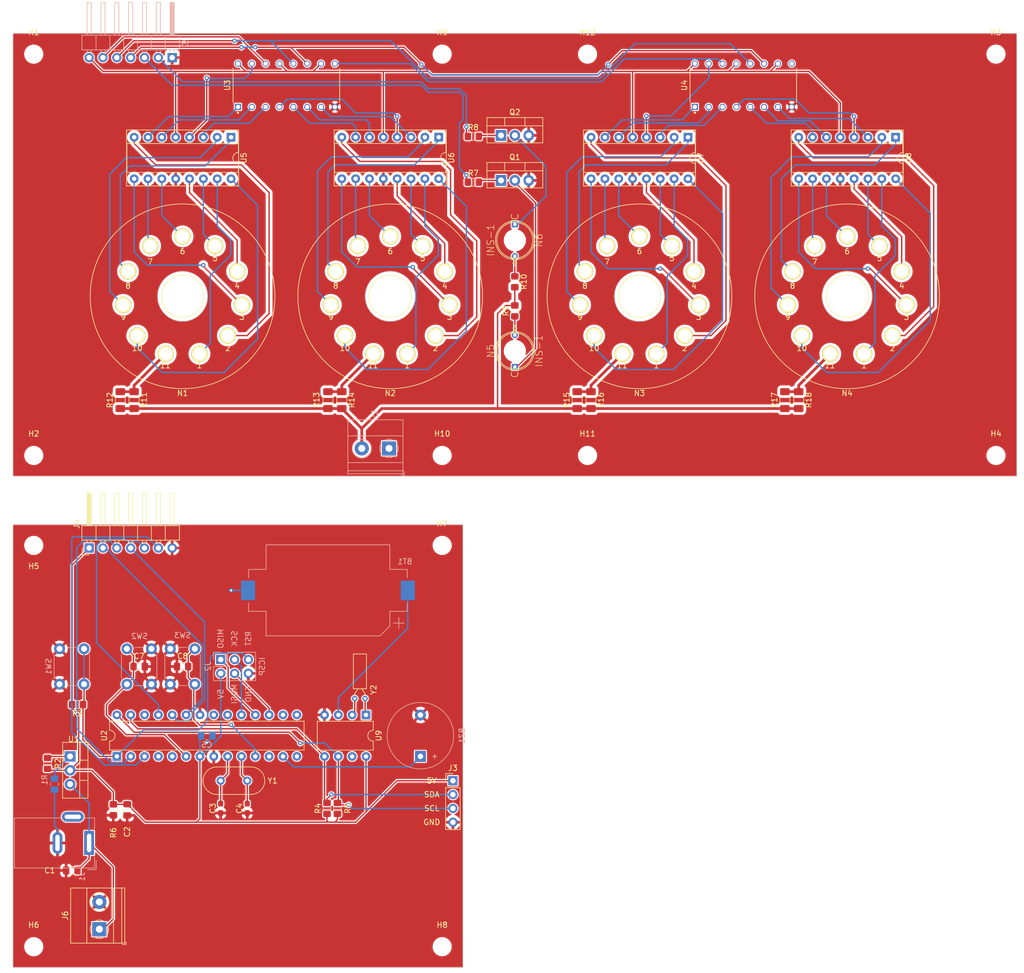
<source format=kicad_pcb>
(kicad_pcb (version 20211014) (generator pcbnew)
  (layers (0 "F.Cu" signal) (31 "B.Cu" signal) (34 "B.Paste" user) (35 "F.Paste" user) (36 "B.SilkS" user "B.Silkscreen") (37 "F.SilkS" user "F.Silkscreen") (38 "B.Mask" user) (39 "F.Mask" user) (44 "Edge.Cuts" user))
  (net 0 "")
  (net 1 "Net-(BT1-Pad1)")
  (net 2 "GND")
  (net 3 "BUZ")
  (net 4 "+12V")
  (net 5 "+5V")
  (net 6 "Crystal1")
  (net 7 "Crystal2")
  (net 8 "BUTTON1")
  (net 9 "BUTTON2")
  (net 11 "MISO")
  (net 12 "SCK")
  (net 13 "MOSI")
  (net 14 "RST")
  (net 15 "HIGH VOLTAGE")
  (net 16 "Net-(N1-Pad9)")
  (net 17 "Net-(N1-Pad8)")
  (net 18 "Net-(N1-Pad7)")
  (net 19 "Net-(N1-Pad6)")
  (net 20 "Net-(N1-Pad5)")
  (net 21 "Net-(N1-Pad4)")
  (net 22 "Net-(N1-Pad3)")
  (net 23 "Net-(N1-Pad2)")
  (net 24 "Net-(N1-Pad1)")
  (net 25 "Net-(N1-Pad0)")
  (net 26 "Net-(N2-Pad9)")
  (net 27 "Net-(N2-Pad8)")
  (net 28 "Net-(N2-Pad7)")
  (net 29 "Net-(N2-Pad6)")
  (net 30 "Net-(N2-Pad5)")
  (net 31 "Net-(N2-Pad4)")
  (net 32 "Net-(N2-Pad3)")
  (net 33 "Net-(N2-Pad2)")
  (net 34 "Net-(N2-Pad1)")
  (net 35 "Net-(N2-Pad0)")
  (net 36 "Net-(N3-Pad9)")
  (net 37 "Net-(N3-Pad8)")
  (net 38 "Net-(N3-Pad7)")
  (net 39 "Net-(N3-Pad6)")
  (net 40 "Net-(N3-Pad5)")
  (net 41 "Net-(N3-Pad4)")
  (net 42 "Net-(N3-Pad3)")
  (net 43 "Net-(N3-Pad2)")
  (net 44 "Net-(N3-Pad1)")
  (net 45 "Net-(N3-Pad0)")
  (net 46 "Net-(N4-Pad9)")
  (net 47 "Net-(N4-Pad8)")
  (net 48 "Net-(N4-Pad7)")
  (net 49 "Net-(N4-Pad6)")
  (net 50 "Net-(N4-Pad5)")
  (net 51 "Net-(N4-Pad4)")
  (net 52 "Net-(N4-Pad3)")
  (net 53 "Net-(N4-Pad2)")
  (net 54 "Net-(N4-Pad1)")
  (net 55 "Net-(N4-Pad0)")
  (net 56 "Net-(N5-PadP$2)")
  (net 57 "Net-(N5-PadP$1)")
  (net 58 "Net-(N6-PadP$2)")
  (net 59 "Net-(N6-PadP$1)")
  (net 60 "Net-(Q1-Pad1)")
  (net 61 "Net-(Q2-Pad1)")
  (net 62 "Net-(R1-Pad2)")
  (net 63 "SER1_CON")
  (net 64 "BULB1")
  (net 65 "BULB2")
  (net 71 "SS")
  (net 74 "SER1")
  (net 75 "SRCLK")
  (net 76 "RCLK")
  (net 78 "/N1C")
  (net 79 "/N1B")
  (net 80 "/N1A")
  (net 81 "/N2D")
  (net 82 "/N2C")
  (net 83 "/N2B")
  (net 84 "/N2A")
  (net 85 "SER2")
  (net 86 "/N1D")
  (net 87 "/N3C")
  (net 88 "/N3B")
  (net 89 "/N3A")
  (net 90 "/N4D")
  (net 91 "/N4C")
  (net 92 "/N4B")
  (net 93 "/N4A")
  (net 95 "/N3D")
  (net 96 "Net-(U9-Pad1)")
  (net 97 "Net-(U9-Pad2)")
  (net 99 "RCLK_CON")
  (net 100 "SRCLK_CON")
  (net 101 "SDA")
  (net 102 "SCL")
  (net 103 "GNDA")
  (net 104 "+5VA")
  (net 105 "Net-(N1-PadA)")
  (net 106 "Net-(N2-PadA)")
  (net 107 "Net-(N3-PadA)")
  (net 108 "Net-(N4-PadA)")
  (net 110 "BULB1_CON")
  (net 111 "BULB2_CON")
  (footprint "TerminalBlock_Phoenix:TerminalBlock_Phoenix_MKDS-1,5-2_1x02_P5.00mm_Horizontal" (layer "F.Cu") (at 72.365 215.225 90)
    (fp_text reference "J6")
    (fp_text value "Screw_Terminal_01x02")
  )
  (footprint "Package_DIP:DIP-16_W7.62mm_Socket" (layer "F.Cu") (at 134.62 69.85 -90)
    (fp_text reference "U6")
    (fp_text value "K155ID1")
  )
  (footprint "Package_TO_SOT_THT:TO-220-3_Vertical" (layer "F.Cu") (at 146.05 69.525)
    (fp_text reference "Q2")
    (fp_text value "MJE13007")
  )
  (footprint "Package_DIP:DIP-16_W7.62mm_Socket" (layer "F.Cu") (at 218.45 69.86 -90)
    (fp_text reference "U8")
    (fp_text value "K155ID1")
  )
  (footprint "Package_TO_SOT_THT:TO-220-3_Vertical" (layer "F.Cu") (at 67 183.515 -90)
    (fp_text reference "U1")
    (fp_text value "LM317_TO-220")
  )
  (footprint "MountingHole:MountingHole_3mm" (layer "F.Cu") (at 236.855 128.27)
    (fp_text reference "H4")
    (fp_text value "MountingHole")
  )
  (footprint "Resistor_SMD:R_0805_2012Metric_Pad1.20x1.40mm_HandSolder" (layer "F.Cu") (at 74.93 193.31 -90)
    (fp_text reference "R6")
    (fp_text value "1k")
  )
  (footprint "Resistor_SMD:R_1206_3216Metric_Pad1.30x1.75mm_HandSolder" (layer "F.Cu") (at 114.3 118.11 -90)
    (fp_text reference "R13")
    (fp_text value "33k")
  )
  (footprint "MountingHole:MountingHole_3mm" (layer "F.Cu") (at 60.325 128.27)
    (fp_text reference "H2")
    (fp_text value "MountingHole")
  )
  (footprint "Resistor_SMD:R_0805_2012Metric_Pad1.20x1.40mm_HandSolder" (layer "F.Cu") (at 140.97 69.705)
    (fp_text reference "R8")
    (fp_text value "1k")
  )
  (footprint "Capacitor_SMD:C_0603_1608Metric_Pad1.08x0.95mm_HandSolder" (layer "F.Cu") (at 94.615 193.04 90)
    (fp_text reference "C3")
    (fp_text value "20p")
  )
  (footprint "IN1:IN-1" (layer "F.Cu") (at 87.63 99.06)
    (fp_text reference "N1")
    (fp_text value "IN-1")
    (fp_circle (center 0 0) (end 3.81 2.54) (layer "Edge.Cuts") (width 0.12) (fill none))
  )
  (footprint "IN1:IN-1" (layer "F.Cu") (at 171.45 99.06)
    (fp_text reference "N3")
    (fp_text value "IN-1")
    (fp_circle (center 0 0) (end 3.81 2.54) (layer "Edge.Cuts") (width 0.12) (fill none))
  )
  (footprint "Resistor_SMD:R_1206_3216Metric_Pad1.30x1.75mm_HandSolder" (layer "F.Cu") (at 198.12 118.11 -90)
    (fp_text reference "R17")
    (fp_text value "33k")
  )
  (footprint "Resistor_SMD:R_0805_2012Metric_Pad1.20x1.40mm_HandSolder" (layer "F.Cu") (at 114.125 193.04 90)
    (fp_text reference "R4")
    (fp_text value "4.7k")
  )
  (footprint "Capacitor_SMD:C_0805_2012Metric_Pad1.18x1.45mm_HandSolder" (layer "F.Cu") (at 67.31 204.45 180)
    (fp_text reference "C1")
    (fp_text value "4.7u")
  )
  (footprint "MountingHole:MountingHole_3mm" (layer "F.Cu") (at 161.925 54.61)
    (fp_text reference "H12")
    (fp_text value "MountingHole")
  )
  (footprint "MountingHole:MountingHole_3mm" (layer "F.Cu") (at 60.325 54.61)
    (fp_text reference "H1")
    (fp_text value "MountingHole")
  )
  (footprint "IN1:IN-1" (layer "F.Cu") (at 209.55 99.06)
    (fp_text reference "N4")
    (fp_text value "IN-1")
    (fp_circle (center 0 0) (end 3.81 2.54) (layer "Edge.Cuts") (width 0.12) (fill none))
  )
  (footprint "Capacitor_SMD:C_0603_1608Metric_Pad1.08x0.95mm_HandSolder" (layer "F.Cu") (at 99.495 193.04 90)
    (fp_text reference "C4")
    (fp_text value "20p")
  )
  (footprint "Connector_PinHeader_2.54mm:PinHeader_1x07_P2.54mm_Horizontal" (layer "F.Cu") (at 70.485 145.26 90)
    (fp_text reference "J4")
    (fp_text value "Conn_01x07")
  )
  (footprint "MountingHole:MountingHole_3mm" (layer "F.Cu") (at 161.925 128.27)
    (fp_text reference "H11")
    (fp_text value "MountingHole")
  )
  (footprint "SN74HC595N:DIP794W45P254L1969H508Q16" (layer "F.Cu") (at 106.68 60.325 90)
    (fp_text reference "U3")
    (fp_text value "SN74HC595N")
  )
  (footprint "MountingHole:MountingHole_3mm" (layer "F.Cu") (at 135.255 54.61)
    (fp_text reference "H9")
    (fp_text value "MountingHole")
  )
  (footprint "Resistor_SMD:R_0805_2012Metric_Pad1.20x1.40mm_HandSolder" (layer "F.Cu") (at 148.59 101.74 90)
    (fp_text reference "R9")
    (fp_text value "300k")
  )
  (footprint "Resistor_SMD:R_0805_2012Metric_Pad1.20x1.40mm_HandSolder" (layer "F.Cu") (at 140.97 78.105)
    (fp_text reference "R7")
    (fp_text value "1k")
  )
  (footprint "Resistor_SMD:R_1206_3216Metric_Pad1.30x1.75mm_HandSolder" (layer "F.Cu") (at 78.74 118.11 -90)
    (fp_text reference "R11")
    (fp_text value "33k")
  )
  (footprint "Resistor_SMD:R_1206_3216Metric_Pad1.30x1.75mm_HandSolder" (layer "F.Cu") (at 76.2 118.11 -90)
    (fp_text reference "R12")
    (fp_text value "33k")
  )
  (footprint "Resistor_SMD:R_1206_3216Metric_Pad1.30x1.75mm_HandSolder" (layer "F.Cu") (at 200.66 118.11 -90)
    (fp_text reference "R18")
    (fp_text value "33k")
  )
  (footprint "Capacitor_SMD:C_0805_2012Metric_Pad1.18x1.45mm_HandSolder" (layer "F.Cu") (at 77.47 193.31 -90)
    (fp_text reference "C2")
    (fp_text value "10u")
  )
  (footprint "Capacitor_SMD:C_0805_2012Metric_Pad1.18x1.45mm_HandSolder" (layer "F.Cu") (at 79.665 167.005)
    (fp_text reference "C7")
    (fp_text value "100n")
  )
  (footprint "Resistor_SMD:R_0805_2012Metric_Pad1.20x1.40mm_HandSolder" (layer "F.Cu") (at 68.365 173.99 180)
    (fp_text reference "R3")
    (fp_text value "4.7k")
  )
  (footprint "Package_DIP:DIP-28_W7.62mm" (layer "F.Cu") (at 75.575 183.505 90)
    (fp_text reference "U2")
    (fp_text value "ATmega328P-P")
  )
  (footprint "Resistor_SMD:R_1206_3216Metric_Pad1.30x1.75mm_HandSolder" (layer "F.Cu") (at 160.02 118.11 -90)
    (fp_text reference "R15")
    (fp_text value "33k")
  )
  (footprint "Resistor_SMD:R_0805_2012Metric_Pad1.20x1.40mm_HandSolder" (layer "F.Cu") (at 148.59 96.39 -90)
    (fp_text reference "R10")
    (fp_text value "300k")
  )
  (footprint "Capacitor_SMD:C_0805_2012Metric_Pad1.18x1.45mm_HandSolder" (layer "F.Cu") (at 87.63 167.005 180)
    (fp_text reference "C8")
    (fp_text value "100n")
  )
  (footprint "Resistor_SMD:R_0805_2012Metric_Pad1.20x1.40mm_HandSolder" (layer "F.Cu") (at 116.04 193.04 90)
    (fp_text reference "R5")
    (fp_text value "4.7k")
  )
  (footprint "Package_DIP:DIP-16_W7.62mm_Socket" (layer "F.Cu") (at 180.35 69.86 -90)
    (fp_text reference "U7")
    (fp_text value "K155ID1")
  )
  (footprint "Resistor_SMD:R_1206_3216Metric_Pad1.30x1.75mm_HandSolder" (layer "F.Cu") (at 116.84 118.11 -90)
    (fp_text reference "R14")
    (fp_text value "33k")
  )
  (footprint "mynixies:mynixies-INS-1" (layer "F.Cu") (at 148.59 109.09 90)
    (fp_text reference "N5")
    (fp_text value "INS-1")
  )
  (footprint "Package_TO_SOT_THT:TO-220-3_Vertical" (layer "F.Cu") (at 146.05 77.78)
    (fp_text reference "Q1")
    (fp_text value "MJE13007")
  )
  (footprint "Package_DIP:DIP-8_W7.62mm" (layer "F.Cu") (at 121.285 175.895 -90)
    (fp_text reference "U9")
    (fp_text value "DS1307+")
  )
  (footprint "IN1:IN-1" (layer "F.Cu") (at 125.73 99.06)
    (fp_text reference "N2")
    (fp_text value "IN-1")
    (fp_circle (center 0 0) (end 3.81 2.54) (layer "Edge.Cuts") (width 0.12) (fill none))
  )
  (footprint "MountingHole:MountingHole_3mm" (layer "F.Cu") (at 135.255 144.78)
    (fp_text reference "H7")
    (fp_text value "MountingHole")
  )
  (footprint "MountingHole:MountingHole_3mm" (layer "F.Cu") (at 135.255 128.27)
    (fp_text reference "H10")
    (fp_text value "MountingHole")
  )
  (footprint "SN74HC595N:DIP794W45P254L1969H508Q16" (layer "F.Cu") (at 190.5 60.325 90)
    (fp_text reference "U4")
    (fp_text value "SN74HC595N")
  )
  (footprint "mynixies:mynixies-INS-1" (layer "F.Cu") (at 148.59 88.77 -90)
    (fp_text reference "N6")
    (fp_text value "INS-1")
  )
  (footprint "Connector_PinHeader_2.54mm:PinHeader_1x04_P2.54mm_Vertical" (layer "F.Cu") (at 137.23 187.975)
    (fp_text reference "J3")
    (fp_text value "Conn_01x04")
  )
  (footprint "Crystal:Crystal_DS26_D2.0mm_L6.0mm_Horizontal" (layer "F.Cu") (at 121.11 172.9 180)
    (fp_text reference "Y2")
    (fp_text value "32.768k")
  )
  (footprint "MountingHole:MountingHole_3mm" (layer "F.Cu") (at 135.255 218.44)
    (fp_text reference "H8")
    (fp_text value "MountingHole")
  )
  (footprint "Crystal:Crystal_HC49-U_Vertical" (layer "F.Cu") (at 94.615 187.96)
    (fp_text reference "Y1")
    (fp_text value "16MHz")
  )
  (footprint "Package_DIP:DIP-16_W7.62mm_Socket" (layer "F.Cu") (at 96.53 69.86 -90)
    (fp_text reference "U5")
    (fp_text value "K155ID1")
  )
  (footprint "MountingHole:MountingHole_3mm" (layer "F.Cu") (at 60.325 218.44)
    (fp_text reference "H6")
    (fp_text value "MountingHole")
  )
  (footprint "MountingHole:MountingHole_3mm" (layer "F.Cu") (at 236.855 54.61)
    (fp_text reference "H3")
    (fp_text value "MountingHole")
  )
  (footprint "MountingHole:MountingHole_3mm" (layer "F.Cu") (at 60.325 144.78)
    (fp_text reference "H5")
    (fp_text value "MountingHole")
  )
  (footprint "Resistor_SMD:R_0805_2012Metric_Pad1.20x1.40mm_HandSolder" (layer "F.Cu") (at 62.865 184.785 -90)
    (fp_text reference "R2")
    (fp_text value "1k")
  )
  (footprint "Resistor_SMD:R_1206_3216Metric_Pad1.30x1.75mm_HandSolder" (layer "F.Cu") (at 162.56 118.11 -90)
    (fp_text reference "R16")
    (fp_text value "33k")
  )
  (footprint "TerminalBlock_Phoenix:TerminalBlock_Phoenix_MKDS-1,5-2_1x02_P5.00mm_Horizontal" (layer "B.Cu") (at 125.505 126.975 180)
    (fp_text reference "J7")
    (fp_text value "Screw_Terminal_01x02")
  )
  (footprint "Buzzer_Beeper:Buzzer_12x9.5RM7.6" (layer "B.Cu") (at 131.27 183.505 90)
    (fp_text reference "BZ1")
    (fp_text value "Buzzer")
  )
  (footprint "Resistor_SMD:R_0805_2012Metric_Pad1.20x1.40mm_HandSolder" (layer "B.Cu") (at 64.135 188.595 90)
    (fp_text reference "R1")
    (fp_text value "3k")
  )
  (footprint "Connector_BarrelJack:BarrelJack_Wuerth_6941xx301002" (layer "B.Cu") (at 70.485 199.39 90)
    (fp_text reference "J1")
    (fp_text value "Barrel_Jack_Switch")
  )
  (footprint "Connector_PinHeader_2.54mm:PinHeader_1x07_P2.54mm_Horizontal" (layer "B.Cu") (at 85.725 55.245 90)
    (fp_text reference "J5")
    (fp_text value "Conn_01x07")
  )
  (footprint "Capacitor_SMD:C_0805_2012Metric_Pad1.18x1.45mm_HandSolder" (layer "B.Cu") (at 92.075 179.705)
    (fp_text reference "C5")
    (fp_text value "100n")
  )
  (footprint "Button_Switch_THT:SW_PUSH_6mm_H13mm" (layer "B.Cu") (at 65.06 163.755 -90)
    (fp_text reference "SW1")
    (fp_text value "SW_Push")
  )
  (footprint "Button_Switch_THT:SW_PUSH_6mm_H13mm" (layer "B.Cu") (at 85.38 163.755 -90)
    (fp_text reference "SW3")
    (fp_text value "SW_Push")
  )
  (footprint "Button_Switch_THT:SW_PUSH_6mm_H13mm" (layer "B.Cu") (at 81.915 170.255 90)
    (fp_text reference "SW2")
    (fp_text value "SW_Push")
  )
  (footprint "Connector_PinHeader_2.54mm:PinHeader_2x03_P2.54mm_Vertical" (layer "B.Cu") (at 94.63 165.73 -90)
    (fp_text reference "J2")
    (fp_text value "Conn_02x03_Odd_Even")
  )
  (footprint "Battery:BatteryHolder_Keystone_1060_1x2032" (layer "B.Cu") (at 114.3 153.035 180)
    (fp_text reference "BT1")
    (fp_text value "CR2032")
  )
  (gr_rect (start 56.515 140.97) (end 139.065 222.25) (layer "Edge.Cuts") (width 0.1) (fill none))
  (gr_rect (start 56.515 50.8) (end 240.665 132.08) (layer "Edge.Cuts") (width 0.1) (fill none))
  (gr_text "RST" (at 99.695 161.89 90) (layer "B.SilkS") (effects (font (size 1 1)) (justify mirror)))
  (gr_text "ICSP" (at 102.235 167.005 90) (layer "B.SilkS") (effects (font (size 1 1)) (justify mirror)))
  (gr_text "SCK" (at 97.155 161.89 90) (layer "B.SilkS") (effects (font (size 1 1)) (justify mirror)))
  (gr_text "MISO" (at 94.615 161.89 90) (layer "B.SilkS") (effects (font (size 1 1)) (justify mirror)))
  (gr_text "5V" (at 94.615 172.05 90) (layer "B.SilkS") (effects (font (size 1 1)) (justify mirror)))
  (gr_text "GND" (at 99.695 172.05 90) (layer "B.SilkS") (effects (font (size 1 1)) (justify mirror)))
  (gr_text "MOSI" (at 97.155 172.05 90) (layer "B.SilkS") (effects (font (size 1 1)) (justify mirror)))
  (gr_text "5V" (at 133.35 187.96) (layer "F.SilkS") (effects (font (size 1 1))))
  (gr_text "GND" (at 133.35 195.58) (layer "F.SilkS") (effects (font (size 1 1))))
  (gr_text "SDA" (at 133.35 190.5) (layer "F.SilkS") (effects (font (size 1 1))))
  (gr_text "SCL" (at 133.35 193.04) (layer "F.SilkS") (effects (font (size 1 1))))
  (segment (start 116.205 175.895) (end 116.205 172.72) (width 0.25) (layer "B.Cu") (net 1))
  (segment (start 116.205 172.72) (end 128.95 159.975) (width 0.25) (layer "B.Cu") (net 1))
  (segment (start 128.95 159.975) (end 128.95 153.035) (width 0.25) (layer "B.Cu") (net 1))
  (segment (start 92.075 180.975) (end 93.355 182.255) (width 0.25) (layer "F.Cu") (net 2))
  (segment (start 64.685 200.9775) (end 64.685 199.39) (width 0.25) (layer "F.Cu") (net 2))
  (segment (start 93.355 182.255) (end 93.355 183.505) (width 0.25) (layer "F.Cu") (net 2))
  (via (at 92.075 180.975) (size 0.8) (drill 0.4) (layers "F.Cu" "B.Cu") (net 2))
  (via (at 96.52 153.035) (size 0.8) (drill 0.4) (layers "F.Cu" "B.Cu") (net 2))
  (segment (start 64.685 196.765) (end 64.685 199.39) (width 0.25) (layer "B.Cu") (net 2))
  (segment (start 99.65 153.035) (end 96.52 153.035) (width 0.25) (layer "B.Cu") (net 2))
  (segment (start 93.1125 179.705) (end 93.1125 179.9375) (width 0.25) (layer "B.Cu") (net 2))
  (segment (start 93.1125 179.9375) (end 92.075 180.975) (width 0.25) (layer "B.Cu") (net 2))
  (segment (start 64.135 196.215) (end 64.685 196.765) (width 0.25) (layer "B.Cu") (net 2))
  (segment (start 64.135 189.595) (end 64.135 196.215) (width 0.25) (layer "B.Cu") (net 2))
  (segment (start 129.355 185.42) (end 131.27 183.505) (width 0.25) (layer "B.Cu") (net 3))
  (segment (start 107.97 185.42) (end 129.355 185.42) (width 0.25) (layer "B.Cu") (net 3))
  (segment (start 106.055 183.505) (end 107.97 185.42) (width 0.25) (layer "B.Cu") (net 3))
  (segment (start 73.065 215.225) (end 72.365 215.225) (width 0.25) (layer "F.Cu") (net 4))
  (segment (start 70.485 202.3125) (end 68.3475 204.45) (width 0.25) (layer "F.Cu") (net 4))
  (segment (start 70.485 199.39) (end 74.93 203.835) (width 0.25) (layer "F.Cu") (net 4))
  (segment (start 70.485 199.39) (end 70.485 202.3125) (width 0.25) (layer "F.Cu") (net 4))
  (segment (start 74.93 213.36) (end 73.065 215.225) (width 0.25) (layer "F.Cu") (net 4))
  (segment (start 74.93 203.835) (end 74.93 213.36) (width 0.25) (layer "F.Cu") (net 4))
  (segment (start 70.485 192.08) (end 67 188.595) (width 0.25) (layer "B.Cu") (net 4))
  (segment (start 70.485 199.39) (end 70.485 192.08) (width 0.25) (layer "B.Cu") (net 4))
  (segment (start 126.985 187.975) (end 121.285 193.675) (width 0.25) (layer "F.Cu") (net 5))
  (segment (start 63.135 186.055) (end 62.865 185.785) (width 0.25) (layer "F.Cu") (net 5))
  (segment (start 90.17 195.58) (end 115.57 195.58) (width 0.25) (layer "F.Cu") (net 5))
  (segment (start 90.17 195.58) (end 80.7775 195.58) (width 0.25) (layer "F.Cu") (net 5))
  (segment (start 115.57 195.58) (end 119.38 195.58) (width 0.25) (layer "F.Cu") (net 5))
  (segment (start 116.04 195.11) (end 115.57 195.58) (width 0.25) (layer "F.Cu") (net 5))
  (segment (start 67.365 174.68) (end 68.58 175.895) (width 0.25) (layer "F.Cu") (net 5))
  (segment (start 74.93 192.31) (end 77.4325 192.31) (width 0.25) (layer "F.Cu") (net 5))
  (segment (start 121.285 193.675) (end 121.285 183.515) (width 0.25) (layer "F.Cu") (net 5))
  (segment (start 90.815 194.935) (end 90.17 195.58) (width 0.25) (layer "F.Cu") (net 5))
  (segment (start 119.38 195.58) (end 121.285 193.675) (width 0.25) (layer "F.Cu") (net 5))
  (segment (start 74.93 192.31) (end 74.93 190.035) (width 0.25) (layer "F.Cu") (net 5))
  (segment (start 67.365 173.99) (end 67.365 174.68) (width 0.25) (layer "F.Cu") (net 5))
  (segment (start 70.95 186.055) (end 67 186.055) (width 0.25) (layer "F.Cu") (net 5))
  (segment (start 77.4325 192.31) (end 77.47 192.2725) (width 0.25) (layer "F.Cu") (net 5))
  (segment (start 90.815 183.505) (end 90.815 194.935) (width 0.25) (layer "F.Cu") (net 5))
  (segment (start 67.365 148.38) (end 67.365 173.99) (width 0.25) (layer "F.Cu") (net 5))
  (segment (start 114.125 194.04) (end 114.125 195.405) (width 0.25) (layer "F.Cu") (net 5))
  (segment (start 68.58 184.475) (end 67 186.055) (width 0.25) (layer "F.Cu") (net 5))
  (segment (start 137.23 187.975) (end 126.985 187.975) (width 0.25) (layer "F.Cu") (net 5))
  (segment (start 74.93 190.035) (end 70.95 186.055) (width 0.25) (layer "F.Cu") (net 5))
  (segment (start 114.3 195.58) (end 114.125 195.405) (width 0.25) (layer "F.Cu") (net 5))
  (segment (start 68.58 175.895) (end 68.58 184.475) (width 0.25) (layer "F.Cu") (net 5))
  (segment (start 67 186.055) (end 63.135 186.055) (width 0.25) (layer "F.Cu") (net 5))
  (segment (start 80.7775 195.58) (end 77.47 192.2725) (width 0.25) (layer "F.Cu") (net 5))
  (segment (start 70.485 145.26) (end 67.365 148.38) (width 0.25) (layer "F.Cu") (net 5))
  (segment (start 116.04 194.04) (end 116.04 195.11) (width 0.25) (layer "F.Cu") (net 5))
  (segment (start 90.938173 183.505) (end 90.815 183.505) (width 0.25) (layer "B.Cu") (net 5))
  (segment (start 94.63 179.813173) (end 90.938173 183.505) (width 0.25) (layer "B.Cu") (net 5))
  (segment (start 91.0375 179.705) (end 90.815 179.9275) (width 0.25) (layer "B.Cu") (net 5))
  (segment (start 94.63 168.27) (end 94.63 179.813173) (width 0.25) (layer "B.Cu") (net 5))
  (segment (start 90.815 179.9275) (end 90.815 183.505) (width 0.25) (layer "B.Cu") (net 5))
  (segment (start 94.615 192.1775) (end 94.615 187.96) (width 0.25) (layer "F.Cu") (net 6))
  (segment (start 95.895 183.505) (end 95.895 186.68) (width 0.25) (layer "F.Cu") (net 6))
  (segment (start 95.895 186.68) (end 94.615 187.96) (width 0.25) (layer "F.Cu") (net 6))
  (segment (start 98.435 183.505) (end 98.435 186.9) (width 0.25) (layer "F.Cu") (net 7))
  (segment (start 99.495 192.1775) (end 99.495 187.96) (width 0.25) (layer "F.Cu") (net 7))
  (segment (start 98.435 186.9) (end 99.495 187.96) (width 0.25) (layer "F.Cu") (net 7))
  (segment (start 77.285 179.52) (end 73.66 175.895) (width 0.25) (layer "F.Cu") (net 8))
  (segment (start 78.6275 169.0425) (end 77.415 170.255) (width 0.25) (layer "F.Cu") (net 8))
  (segment (start 73.66 175.895) (end 73.66 174.01) (width 0.25) (layer "F.Cu") (net 8))
  (segment (start 88.275 183.505) (end 84.29 179.52) (width 0.25) (layer "F.Cu") (net 8))
  (segment (start 78.6275 167.005) (end 78.6275 169.0425) (width 0.25) (layer "F.Cu") (net 8))
  (segment (start 73.66 174.01) (end 77.415 170.255) (width 0.25) (layer "F.Cu") (net 8))
  (segment (start 78.6275 164.9675) (end 77.415 163.755) (width 0.25) (layer "F.Cu") (net 8))
  (segment (start 84.29 179.52) (end 77.285 179.52) (width 0.25) (layer "F.Cu") (net 8))
  (segment (start 78.6275 167.005) (end 78.6275 164.9675) (width 0.25) (layer "F.Cu") (net 8))
  (segment (start 89.69 170.445) (end 89.69 176.685) (width 0.25) (layer "F.Cu") (net 9))
  (segment (start 89.69 176.685) (end 90.805 177.8) (width 0.25) (layer "F.Cu") (net 9))
  (segment (start 88.6675 164.9675) (end 89.88 163.755) (width 0.25) (layer "F.Cu") (net 9))
  (segment (start 95.885 177.8) (end 96.4305 177.8) (width 0.25) (layer "F.Cu") (net 9))
  (segment (start 88.6675 167.005) (end 88.6675 164.9675) (width 0.25) (layer "F.Cu") (net 9))
  (segment (start 96.4305 177.8) (end 96.52 177.7105) (width 0.25) (layer "F.Cu") (net 9))
  (segment (start 88.6675 169.0425) (end 89.88 170.255) (width 0.25) (layer "F.Cu") (net 9))
  (segment (start 89.88 170.255) (end 89.69 170.445) (width 0.25) (layer "F.Cu") (net 9))
  (segment (start 88.6675 167.005) (end 88.6675 169.0425) (width 0.25) (layer "F.Cu") (net 9))
  (segment (start 90.805 177.8) (end 95.885 177.8) (width 0.25) (layer "F.Cu") (net 9))
  (via (at 96.52 177.7105) (size 0.8) (drill 0.4) (layers "F.Cu" "B.Cu") (net 9))
  (segment (start 100.975 182.1655) (end 100.975 183.505) (width 0.25) (layer "B.Cu") (net 9))
  (segment (start 96.52 177.7105) (end 100.975 182.1655) (width 0.25) (layer "B.Cu") (net 9))
  (segment (start 95.995 167.095) (end 94.63 165.73) (width 0.25) (layer "F.Cu") (net 11))
  (segment (start 100.975 175.885) (end 95.995 170.905) (width 0.25) (layer "F.Cu") (net 11))
  (segment (start 95.995 170.905) (end 95.995 167.095) (width 0.25) (layer "F.Cu") (net 11))
  (segment (start 98.435 166.995) (end 98.435 175.885) (width 0.25) (layer "B.Cu") (net 12))
  (segment (start 97.17 165.73) (end 98.435 166.995) (width 0.25) (layer "B.Cu") (net 12))
  (segment (start 103.515 174.635) (end 103.515 175.885) (width 0.25) (layer "F.Cu") (net 13))
  (segment (start 102.235 173.355) (end 103.515 174.635) (width 0.25) (layer "F.Cu") (net 13))
  (segment (start 102.235 173.335) (end 102.235 173.355) (width 0.25) (layer "F.Cu") (net 13))
  (segment (start 97.17 168.27) (end 102.235 173.335) (width 0.25) (layer "F.Cu") (net 13))
  (segment (start 69.365 180.49) (end 69.365 173.99) (width 0.25) (layer "F.Cu") (net 14))
  (segment (start 69.56 173.795) (end 69.365 173.99) (width 0.25) (layer "F.Cu") (net 14))
  (segment (start 72.38 183.505) (end 69.365 180.49) (width 0.25) (layer "F.Cu") (net 14))
  (segment (start 75.575 183.505) (end 72.38 183.505) (width 0.25) (layer "F.Cu") (net 14))
  (segment (start 69.56 170.255) (end 69.56 173.795) (width 0.25) (layer "F.Cu") (net 14))
  (segment (start 92.71 165.3) (end 92.71 166.37) (width 0.25) (layer "B.Cu") (net 14))
  (segment (start 92.23 177.01) (end 90.585 178.655) (width 0.25) (layer "B.Cu") (net 14))
  (segment (start 98.535 164.555) (end 93.455 164.555) (width 0.25) (layer "B.Cu") (net 14))
  (segment (start 93.455 164.555) (end 92.71 165.3) (width 0.25) (layer "B.Cu") (net 14))
  (segment (start 90.585 178.655) (end 80.425 178.655) (width 0.25) (layer "B.Cu") (net 14))
  (segment (start 99.71 165.73) (end 98.535 164.555) (width 0.25) (layer "B.Cu") (net 14))
  (segment (start 92.23 166.85) (end 92.23 177.01) (width 0.25) (layer "B.Cu") (net 14))
  (segment (start 80.425 178.655) (end 75.575 183.505) (width 0.25) (layer "B.Cu") (net 14))
  (segment (start 69.56 163.755) (end 69.56 170.255) (width 0.25) (layer "B.Cu") (net 14))
  (segment (start 92.71 166.37) (end 92.23 166.85) (width 0.25) (layer "B.Cu") (net 14))
  (segment (start 120.505 123.325) (end 120.505 126.975) (width 0.5) (layer "F.Cu") (net 15))
  (segment (start 124.17 119.66) (end 120.505 123.325) (width 0.5) (layer "F.Cu") (net 15))
  (segment (start 146.91 100.74) (end 145.415 102.235) (width 0.25) (layer "F.Cu") (net 15))
  (segment (start 145.415 119.38) (end 145.695 119.66) (width 0.25) (layer "F.Cu") (net 15))
  (segment (start 162.56 119.66) (end 198.12 119.66) (width 0.5) (layer "F.Cu") (net 15))
  (segment (start 160.02 119.66) (end 145.695 119.66) (width 0.5) (layer "F.Cu") (net 15))
  (segment (start 114.3 119.66) (end 78.74 119.66) (width 0.5) (layer "F.Cu") (net 15))
  (segment (start 116.84 119.66) (end 114.3 119.66) (width 0.5) (layer "F.Cu") (net 15))
  (segment (start 145.415 102.235) (end 145.415 119.38) (width 0.25) (layer "F.Cu") (net 15))
  (segment (start 148.59 100.74) (end 146.91 100.74) (width 0.25) (layer "F.Cu") (net 15))
  (segment (start 78.74 119.66) (end 76.2 119.66) (width 0.5) (layer "F.Cu") (net 15))
  (segment (start 116.84 119.66) (end 120.505 123.325) (width 0.5) (layer "F.Cu") (net 15))
  (segment (start 198.12 119.66) (end 200.66 119.66) (width 0.5) (layer "F.Cu") (net 15))
  (segment (start 143.79 119.66) (end 124.17 119.66) (width 0.5) (layer "F.Cu") (net 15))
  (segment (start 160.02 119.66) (end 162.56 119.66) (width 0.5) (layer "F.Cu") (net 15))
  (segment (start 148.59 97.39) (end 148.59 100.74) (width 0.25) (layer "F.Cu") (net 15))
  (segment (start 145.695 119.66) (end 143.79 119.66) (width 0.5) (layer "F.Cu") (net 15))
  (segment (start 76.741964 100.625463) (end 74.295 98.178499) (width 0.25) (layer "B.Cu") (net 16))
  (segment (start 90.840898 73.624102) (end 93.98 70.485) (width 0.25) (layer "B.Cu") (net 16))
  (segment (start 74.295 76.61868) (end 77.289578 73.624102) (width 0.25) (layer "B.Cu") (net 16))
  (segment (start 74.295 98.178499) (end 74.295 76.61868) (width 0.25) (layer "B.Cu") (net 16))
  (segment (start 77.289578 73.624102) (end 90.840898 73.624102) (width 0.25) (layer "B.Cu") (net 16))
  (segment (start 77.910898 75.124102) (end 76.2 76.835) (width 0.25) (layer "B.Cu") (net 17))
  (segment (start 96.53 69.86) (end 96.53 70.395915) (width 0.25) (layer "B.Cu") (net 17))
  (segment (start 76.2 93.066387) (end 77.624048 94.490435) (width 0.25) (layer "B.Cu") (net 17))
  (segment (start 96.53 70.395915) (end 91.801813 75.124102) (width 0.25) (layer "B.Cu") (net 17))
  (segment (start 91.801813 75.124102) (end 77.910898 75.124102) (width 0.25) (layer "B.Cu") (net 17))
  (segment (start 76.2 76.835) (end 76.2 93.066387) (width 0.25) (layer "B.Cu") (net 17))
  (segment (start 81.29 89.41326) (end 81.682951 89.806211) (width 0.25) (layer "B.Cu") (net 18))
  (segment (start 81.29 77.48) (end 81.29 89.41326) (width 0.25) (layer "B.Cu") (net 18))
  (segment (start 83.83 77.48) (end 83.83 84.26) (width 0.25) (layer "B.Cu") (net 19))
  (segment (start 83.83 84.26) (end 87.63 88.06) (width 0.25) (layer "B.Cu") (net 19))
  (segment (start 91.45 87.679162) (end 93.577049 89.806211) (width 0.25) (layer "B.Cu") (net 20))
  (segment (start 91.45 77.48) (end 91.45 87.679162) (width 0.25) (layer "B.Cu") (net 20))
  (segment (start 97.635952 88.745952) (end 97.635952 94.490435) (width 0.25) (layer "F.Cu") (net 21))
  (segment (start 88.9 80.01) (end 97.635952 88.745952) (width 0.25) (layer "F.Cu") (net 21))
  (segment (start 88.91 80) (end 88.91 77.48) (width 0.25) (layer "F.Cu") (net 21))
  (segment (start 88.9 80.01) (end 88.91 80) (width 0.25) (layer "F.Cu") (net 21))
  (segment (start 91.44 93.345) (end 91.44 93.547427) (width 0.25) (layer "F.Cu") (net 22))
  (segment (start 91.44 93.547427) (end 98.518036 100.625463) (width 0.25) (layer "F.Cu") (net 22))
  (via (at 91.44 93.345) (size 0.8) (drill 0.4) (layers "F.Cu" "B.Cu") (net 22))
  (segment (start 78.75 90.939124) (end 81.155876 93.345) (width 0.25) (layer "B.Cu") (net 22))
  (segment (start 78.75 77.48) (end 78.75 90.939124) (width 0.25) (layer "B.Cu") (net 22))
  (segment (start 81.155876 93.345) (end 91.44 93.345) (width 0.25) (layer "B.Cu") (net 22))
  (segment (start 103.505 102.235) (end 99.476532 106.263468) (width 0.25) (layer "F.Cu") (net 23))
  (segment (start 103.505 80.01) (end 103.505 102.235) (width 0.25) (layer "F.Cu") (net 23))
  (segment (start 99.476532 106.263468) (end 95.943245 106.263468) (width 0.25) (layer "F.Cu") (net 23))
  (segment (start 82.68863 74.93) (end 98.425 74.93) (width 0.25) (layer "F.Cu") (net 23))
  (segment (start 98.425 74.93) (end 103.505 80.01) (width 0.25) (layer "F.Cu") (net 23))
  (segment (start 78.75 70.99137) (end 82.68863 74.93) (width 0.25) (layer "F.Cu") (net 23))
  (segment (start 78.75 69.86) (end 78.75 70.99137) (width 0.25) (layer "F.Cu") (net 23))
  (segment (start 92.71 107.633481) (end 90.729058 109.614423) (width 0.25) (layer "B.Cu") (net 24))
  (segment (start 92.71 95.25) (end 92.71 107.633481) (width 0.25) (layer "B.Cu") (net 24))
  (segment (start 96.452049 88.615347) (end 96.452049 91.507951) (width 0.25) (layer "B.Cu") (net 24))
  (segment (start 93.99 86.153298) (end 96.452049 88.615347) (width 0.25) (layer "B.Cu") (net 24))
  (segment (start 96.452049 91.507951) (end 92.71 95.25) (width 0.25) (layer "B.Cu") (net 24))
  (segment (start 93.99 77.48) (end 93.99 86.153298) (width 0.25) (layer "B.Cu") (net 24))
  (segment (start 96.53 77.48) (end 101.393036 82.343036) (width 0.25) (layer "B.Cu") (net 25))
  (segment (start 79.316755 108.4661) (end 79.316755 106.263468) (width 0.25) (layer "B.Cu") (net 25))
  (segment (start 95.25 113.03) (end 83.880655 113.03) (width 0.25) (layer "B.Cu") (net 25))
  (segment (start 101.393036 106.886964) (end 95.25 113.03) (width 0.25) (layer "B.Cu") (net 25))
  (segment (start 83.880655 113.03) (end 79.316755 108.4661) (width 0.25) (layer "B.Cu") (net 25))
  (segment (start 101.393036 82.343036) (end 101.393036 106.886964) (width 0.25) (layer "B.Cu") (net 25))
  (segment (start 112.395 75.98368) (end 112.395 98.178499) (width 0.25) (layer "B.Cu") (net 26))
  (segment (start 112.395 98.178499) (end 114.841964 100.625463) (width 0.25) (layer "B.Cu") (net 26))
  (segment (start 132.08 70.385915) (end 129.035915 73.43) (width 0.25) (layer "B.Cu") (net 26))
  (segment (start 132.08 69.85) (end 132.08 70.385915) (width 0.25) (layer "B.Cu") (net 26))
  (segment (start 129.035915 73.43) (end 114.94868 73.43) (width 0.25) (layer "B.Cu") (net 26))
  (segment (start 114.94868 73.43) (end 112.395 75.98368) (width 0.25) (layer "B.Cu") (net 26))
  (segment (start 130.175 74.93) (end 115.57 74.93) (width 0.25) (layer "B.Cu") (net 27))
  (segment (start 115.57 74.93) (end 114.3 76.2) (width 0.25) (layer "B.Cu") (net 27))
  (segment (start 134.62 70.485) (end 130.175 74.93) (width 0.25) (layer "B.Cu") (net 27))
  (segment (start 114.3 76.2) (end 114.3 93.066387) (width 0.25) (layer "B.Cu") (net 27))
  (segment (start 114.3 93.066387) (end 115.724048 94.490435) (width 0.25) (layer "B.Cu") (net 27))
  (segment (start 119.38 77.47) (end 119.38 89.40326) (width 0.25) (layer "B.Cu") (net 28))
  (segment (start 119.38 89.40326) (end 119.782951 89.806211) (width 0.25) (layer "B.Cu") (net 28))
  (segment (start 121.92 84.25) (end 125.73 88.06) (width 0.25) (layer "B.Cu") (net 29))
  (segment (start 121.92 77.47) (end 121.92 84.25) (width 0.25) (layer "B.Cu") (net 29))
  (segment (start 129.54 87.669162) (end 131.677049 89.806211) (width 0.25) (layer "B.Cu") (net 30))
  (segment (start 129.54 77.47) (end 129.54 87.669162) (width 0.25) (layer "B.Cu") (net 30))
  (segment (start 127 80.645) (end 127 77.47) (width 0.25) (layer "F.Cu") (net 31))
  (segment (start 135.735952 94.490435) (end 135.735952 89.380952) (width 0.25) (layer "F.Cu") (net 31))
  (segment (start 135.735952 89.380952) (end 127 80.645) (width 0.25) (layer "F.Cu") (net 31))
  (segment (start 129.872739 93.880166) (end 129.872739 93.677739) (width 0.25) (layer "F.Cu") (net 32))
  (segment (start 136.618036 100.625463) (end 129.872739 93.880166) (width 0.25) (layer "F.Cu") (net 32))
  (via (at 129.872739 93.677739) (size 0.8) (drill 0.4) (layers "F.Cu" "B.Cu") (net 32))
  (segment (start 116.84 90.929124) (end 116.84 77.47) (width 0.25) (layer "B.Cu") (net 32))
  (segment (start 119.588615 93.677739) (end 116.84 90.929124) (width 0.25) (layer "B.Cu") (net 32))
  (segment (start 129.872739 93.677739) (end 119.588615 93.677739) (width 0.25) (layer "B.Cu") (net 32))
  (segment (start 138.211532 106.263468) (end 134.043245 106.263468) (width 0.25) (layer "F.Cu") (net 33))
  (segment (start 135.255 74.295) (end 136.795 75.835) (width 0.25) (layer "F.Cu") (net 33))
  (segment (start 120.15363 74.295) (end 135.255 74.295) (width 0.25) (layer "F.Cu") (net 33))
  (segment (start 116.84 70.98137) (end 120.15363 74.295) (width 0.25) (layer "F.Cu") (net 33))
  (segment (start 116.84 69.85) (end 116.84 70.98137) (width 0.25) (layer "F.Cu") (net 33))
  (segment (start 141.605 88.9) (end 141.605 102.87) (width 0.25) (layer "F.Cu") (net 33))
  (segment (start 136.795 75.835) (end 136.795 84.09) (width 0.25) (layer "F.Cu") (net 33))
  (segment (start 141.605 102.87) (end 138.211532 106.263468) (width 0.25) (layer "F.Cu") (net 33))
  (segment (start 136.795 84.09) (end 141.605 88.9) (width 0.25) (layer "F.Cu") (net 33))
  (segment (start 132.08 86.143298) (end 134.552049 88.615347) (width 0.25) (layer "B.Cu") (net 34))
  (segment (start 130.438752 95.621248) (end 130.438752 108.004729) (width 0.25) (layer "B.Cu") (net 34))
  (segment (start 134.552049 88.615347) (end 134.552049 91.507951) (width 0.25) (layer "B.Cu") (net 34))
  (segment (start 132.08 77.47) (end 132.08 86.143298) (width 0.25) (layer "B.Cu") (net 34))
  (segment (start 130.438752 108.004729) (end 128.829058 109.614423) (width 0.25) (layer "B.Cu") (net 34))
  (segment (start 134.552049 91.507951) (end 130.438752 95.621248) (width 0.25) (layer "B.Cu") (net 34))
  (segment (start 139.7 105.41) (end 139.7 82.55) (width 0.25) (layer "B.Cu") (net 35))
  (segment (start 132.620577 112.489423) (end 139.7 105.41) (width 0.25) (layer "B.Cu") (net 35))
  (segment (start 117.416755 108.4661) (end 121.440078 112.489423) (width 0.25) (layer "B.Cu") (net 35))
  (segment (start 139.7 82.55) (end 134.62 77.47) (width 0.25) (layer "B.Cu") (net 35))
  (segment (start 117.416755 106.263468) (end 117.416755 108.4661) (width 0.25) (layer "B.Cu") (net 35))
  (segment (start 121.440078 112.489423) (end 132.620577 112.489423) (width 0.25) (layer "B.Cu") (net 35))
  (segment (start 158.115 98.178499) (end 160.561964 100.625463) (width 0.25) (layer "B.Cu") (net 36))
  (segment (start 158.115 76.30118) (end 158.115 98.178499) (width 0.25) (layer "B.Cu") (net 36))
  (segment (start 175.37137 73.43) (end 160.98618 73.43) (width 0.25) (layer "B.Cu") (net 36))
  (segment (start 177.81 70.99137) (end 175.37137 73.43) (width 0.25) (layer "B.Cu") (net 36))
  (segment (start 160.98618 73.43) (end 158.115 76.30118) (width 0.25) (layer "B.Cu") (net 36))
  (segment (start 177.81 69.86) (end 177.81 70.99137) (width 0.25) (layer "B.Cu") (net 36))
  (segment (start 161.6075 74.93) (end 160.395 76.1425) (width 0.25) (layer "B.Cu") (net 37))
  (segment (start 160.395 93.441387) (end 161.444048 94.490435) (width 0.25) (layer "B.Cu") (net 37))
  (segment (start 180.35 69.86) (end 180.35 70.91) (width 0.25) (layer "B.Cu") (net 37))
  (segment (start 160.395 76.1425) (end 160.395 93.441387) (width 0.25) (layer "B.Cu") (net 37))
  (segment (start 180.35 70.91) (end 176.33 74.93) (width 0.25) (layer "B.Cu") (net 37))
  (segment (start 176.33 74.93) (end 161.6075 74.93) (width 0.25) (layer "B.Cu") (net 37))
  (segment (start 165.11 77.48) (end 165.11 89.41326) (width 0.25) (layer "B.Cu") (net 38))
  (segment (start 165.11 89.41326) (end 165.502951 89.806211) (width 0.25) (layer "B.Cu") (net 38))
  (segment (start 167.65 84.26) (end 171.45 88.06) (width 0.25) (layer "B.Cu") (net 39))
  (segment (start 167.65 77.48) (end 167.65 84.26) (width 0.25) (layer "B.Cu") (net 39))
  (segment (start 175.27 87.679162) (end 177.397049 89.806211) (width 0.25) (layer "B.Cu") (net 40))
  (segment (start 175.27 77.48) (end 175.27 87.679162) (width 0.25) (layer "B.Cu") (net 40))
  (segment (start 181.455952 94.490435) (end 181.455952 88.745952) (width 0.25) (layer "F.Cu") (net 41))
  (segment (start 181.455952 88.745952) (end 172.73 80.02) (width 0.25) (layer "F.Cu") (net 41))
  (segment (start 172.73 80.02) (end 172.73 77.48) (width 0.25) (layer "F.Cu") (net 41))
  (segment (start 175.692573 93.98) (end 182.338036 100.625463) (width 0.25) (layer "F.Cu") (net 42))
  (segment (start 175.26 93.98) (end 175.692573 93.98) (width 0.25) (layer "F.Cu") (net 42))
  (via (at 175.26 93.98) (size 0.8) (drill 0.4) (layers "F.Cu" "B.Cu") (net 42))
  (segment (start 162.57 90.939124) (end 165.610876 93.98) (width 0.25) (layer "B.Cu") (net 42))
  (segment (start 162.57 77.48) (end 162.57 90.939124) (width 0.25) (layer "B.Cu") (net 42))
  (segment (start 165.610876 93.98) (end 175.26 93.98) (width 0.25) (layer "B.Cu") (net 42))
  (segment (start 162.57 71.13) (end 162.57 69.86) (width 0.25) (layer "F.Cu") (net 43))
  (segment (start 184.566532 106.263468) (end 187.325 103.505) (width 0.25) (layer "F.Cu") (net 43))
  (segment (start 187.325 103.505) (end 187.325 78.74) (width 0.25) (layer "F.Cu") (net 43))
  (segment (start 179.763245 106.263468) (end 184.566532 106.263468) (width 0.25) (layer "F.Cu") (net 43))
  (segment (start 165.1 73.66) (end 162.57 71.13) (width 0.25) (layer "F.Cu") (net 43))
  (segment (start 187.325 78.74) (end 182.245 73.66) (width 0.25) (layer "F.Cu") (net 43))
  (segment (start 182.245 73.66) (end 165.1 73.66) (width 0.25) (layer "F.Cu") (net 43))
  (segment (start 177.81 86.153298) (end 180.272049 88.615347) (width 0.25) (layer "B.Cu") (net 44))
  (segment (start 180.272049 88.615347) (end 180.272049 91.608474) (width 0.25) (layer "B.Cu") (net 44))
  (segment (start 177.81 77.48) (end 177.81 86.153298) (width 0.25) (layer "B.Cu") (net 44))
  (segment (start 180.272049 91.608474) (end 176.53 95.350523) (width 0.25) (layer "B.Cu") (net 44))
  (segment (start 176.53 95.350523) (end 176.53 107.633481) (width 0.25) (layer "B.Cu") (net 44))
  (segment (start 176.53 107.633481) (end 174.549058 109.614423) (width 0.25) (layer "B.Cu") (net 44))
  (segment (start 177.705577 112.489423) (end 186.69 103.505) (width 0.25) (layer "B.Cu") (net 45))
  (segment (start 163.136755 108.4661) (end 167.160078 112.489423) (width 0.25) (layer "B.Cu") (net 45))
  (segment (start 167.160078 112.489423) (end 177.705577 112.489423) (width 0.25) (layer "B.Cu") (net 45))
  (segment (start 186.69 83.82) (end 180.35 77.48) (width 0.25) (layer "B.Cu") (net 45))
  (segment (start 163.136755 106.263468) (end 163.136755 108.4661) (width 0.25) (layer "B.Cu") (net 45))
  (segment (start 186.69 103.505) (end 186.69 83.82) (width 0.25) (layer "B.Cu") (net 45))
  (segment (start 195.58 77.25368) (end 195.58 97.543499) (width 0.25) (layer "B.Cu") (net 46))
  (segment (start 195.58 97.543499) (end 198.661964 100.625463) (width 0.25) (layer "B.Cu") (net 46))
  (segment (start 215.91 70.99137) (end 213.47137 73.43) (width 0.25) (layer "B.Cu") (net 46))
  (segment (start 199.40368 73.43) (end 195.58 77.25368) (width 0.25) (layer "B.Cu") (net 46))
  (segment (start 215.91 69.86) (end 215.91 70.99137) (width 0.25) (layer "B.Cu") (net 46))
  (segment (start 213.47137 73.43) (end 199.40368 73.43) (width 0.25) (layer "B.Cu") (net 46))
  (segment (start 197.485 77.47) (end 200.025 74.93) (width 0.25) (layer "B.Cu") (net 47))
  (segment (start 200.025 74.93) (end 214.63 74.93) (width 0.25) (layer "B.Cu") (net 47))
  (segment (start 199.544048 94.490435) (end 197.485 92.431387) (width 0.25) (layer "B.Cu") (net 47))
  (segment (start 197.485 92.431387) (end 197.485 77.47) (width 0.25) (layer "B.Cu") (net 47))
  (segment (start 218.45 71.11) (end 218.45 69.86) (width 0.25) (layer "B.Cu") (net 47))
  (segment (start 214.63 74.93) (end 218.45 71.11) (width 0.25) (layer "B.Cu") (net 47))
  (segment (start 203.21 77.48) (end 203.21 89.41326) (width 0.25) (layer "B.Cu") (net 48))
  (segment (start 203.21 89.41326) (end 203.602951 89.806211) (width 0.25) (layer "B.Cu") (net 48))
  (segment (start 205.75 77.48) (end 205.75 84.26) (width 0.25) (layer "B.Cu") (net 49))
  (segment (start 205.75 84.26) (end 209.55 88.06) (width 0.25) (layer "B.Cu") (net 49))
  (segment (start 213.37 77.48) (end 213.37 87.679162) (width 0.25) (layer "B.Cu") (net 50))
  (segment (start 213.37 87.679162) (end 215.497049 89.806211) (width 0.25) (layer "B.Cu") (net 50))
  (segment (start 219.555952 88.110952) (end 219.555952 94.490435) (width 0.25) (layer "F.Cu") (net 51))
  (segment (start 210.83 77.48) (end 210.83 79.385) (width 0.25) (layer "F.Cu") (net 51))
  (segment (start 210.83 79.385) (end 219.555952 88.110952) (width 0.25) (layer "F.Cu") (net 51))
  (segment (start 213.792573 93.98) (end 220.438036 100.625463) (width 0.25) (layer "F.Cu") (net 52))
  (segment (start 213.36 93.98) (end 213.792573 93.98) (width 0.25) (layer "F.Cu") (net 52))
  (via (at 213.36 93.98) (size 0.8) (drill 0.4) (layers "F.Cu" "B.Cu") (net 52))
  (segment (start 200.67 90.939124) (end 203.710876 93.98) (width 0.25) (layer "B.Cu") (net 52))
  (segment (start 203.710876 93.98) (end 213.36 93.98) (width 0.25) (layer "B.Cu") (net 52))
  (segment (start 200.67 77.48) (end 200.67 90.939124) (width 0.25) (layer "B.Cu") (net 52))
  (segment (start 203.33863 73.66) (end 220.345 73.66) (width 0.25) (layer "F.Cu") (net 53))
  (segment (start 220.126532 106.263468) (end 217.863245 106.263468) (width 0.25) (layer "F.Cu") (net 53))
  (segment (start 225.425 78.74) (end 225.425 100.965) (width 0.25) (layer "F.Cu") (net 53))
  (segment (start 220.345 73.66) (end 225.425 78.74) (width 0.25) (layer "F.Cu") (net 53))
  (segment (start 225.425 100.965) (end 220.126532 106.263468) (width 0.25) (layer "F.Cu") (net 53))
  (segment (start 200.67 70.99137) (end 203.33863 73.66) (width 0.25) (layer "F.Cu") (net 53))
  (segment (start 200.67 69.86) (end 200.67 70.99137) (width 0.25) (layer "F.Cu") (net 53))
  (segment (start 214.63 95.350523) (end 214.63 107.633481) (width 0.25) (layer "B.Cu") (net 54))
  (segment (start 218.372049 88.615347) (end 218.372049 91.608474) (width 0.25) (layer "B.Cu") (net 54))
  (segment (start 218.372049 91.608474) (end 214.63 95.350523) (width 0.25) (layer "B.Cu") (net 54))
  (segment (start 215.91 86.153298) (end 218.372049 88.615347) (width 0.25) (layer "B.Cu") (net 54))
  (segment (start 214.63 107.633481) (end 212.649058 109.614423) (width 0.25) (layer "B.Cu") (net 54))
  (segment (start 215.91 77.48) (end 215.91 86.153298) (width 0.25) (layer "B.Cu") (net 54))
  (segment (start 224.79 103.505) (end 224.79 83.82) (width 0.25) (layer "B.Cu") (net 55))
  (segment (start 201.236755 108.4661) (end 205.800655 113.03) (width 0.25) (layer "B.Cu") (net 55))
  (segment (start 215.265 113.03) (end 224.79 103.505) (width 0.25) (layer "B.Cu") (net 55))
  (segment (start 205.800655 113.03) (end 215.265 113.03) (width 0.25) (layer "B.Cu") (net 55))
  (segment (start 201.236755 106.263468) (end 201.236755 108.4661) (width 0.25) (layer "B.Cu") (net 55))
  (segment (start 224.79 83.82) (end 218.45 77.48) (width 0.25) (layer "B.Cu") (net 55))
  (segment (start 148.59 106.169) (end 148.59 102.74) (width 0.25) (layer "F.Cu") (net 56))
  (segment (start 148.59 112.011) (end 148.974 112.011) (width 0.25) (layer "F.Cu") (net 57))
  (segment (start 152.4 108.585) (end 152.4 81.915) (width 0.25) (layer "F.Cu") (net 57))
  (segment (start 148.59 78.105) (end 148.59 77.78) (width 0.25) (layer "F.Cu") (net 57))
  (segment (start 148.974 112.011) (end 152.4 108.585) (width 0.25) (layer "F.Cu") (net 57))
  (segment (start 152.4 81.915) (end 148.59 78.105) (width 0.25) (layer "F.Cu") (net 57))
  (segment (start 148.59 91.691) (end 148.59 95.39) (width 0.25) (layer "F.Cu") (net 58))
  (segment (start 154.305 80.645) (end 154.305 75.24) (width 0.25) (layer "B.Cu") (net 59))
  (segment (start 154.305 75.24) (end 148.59 69.525) (width 0.25) (layer "B.Cu") (net 59))
  (segment (start 149.101 85.849) (end 154.305 80.645) (width 0.25) (layer "B.Cu") (net 59))
  (segment (start 148.59 85.849) (end 149.101 85.849) (width 0.25) (layer "B.Cu") (net 59))
  (segment (start 142.295 77.78) (end 141.97 78.105) (width 0.25) (layer "F.Cu") (net 60))
  (segment (start 146.05 77.78) (end 142.295 77.78) (width 0.25) (layer "F.Cu") (net 60))
  (segment (start 146.05 69.525) (end 142.15 69.525) (width 0.25) (layer "F.Cu") (net 61))
  (segment (start 142.15 69.525) (end 141.97 69.705) (width 0.25) (layer "F.Cu") (net 61))
  (segment (start 63.135 183.515) (end 67 183.515) (width 0.25) (layer "F.Cu") (net 62))
  (segment (start 62.865 183.785) (end 63.135 183.515) (width 0.25) (layer "F.Cu") (net 62))
  (segment (start 67 183.515) (end 64.135 186.38) (width 0.25) (layer "B.Cu") (net 62))
  (segment (start 64.135 186.38) (end 64.135 187.595) (width 0.25) (layer "B.Cu") (net 62))
  (segment (start 91.205 172.955) (end 88.275 175.885) (width 0.25) (layer "B.Cu") (net 63))
  (segment (start 91.205 162.96) (end 91.205 172.955) (width 0.25) (layer "B.Cu") (net 63))
  (segment (start 73.025 145.26) (end 73.505 145.26) (width 0.25) (layer "B.Cu") (net 63))
  (segment (start 73.505 145.26) (end 91.205 162.96) (width 0.25) (layer "B.Cu") (net 63))
  (segment (start 139.7 76.835) (end 139.7 77.835) (width 0.25) (layer "F.Cu") (net 64))
  (segment (start 139.7 77.835) (end 139.97 78.105) (width 0.25) (layer "F.Cu") (net 64))
  (via (at 139.7 76.835) (size 0.8) (drill 0.4) (layers "F.Cu" "B.Cu") (net 64))
  (segment (start 131.443604 60.325) (end 132.713604 61.595) (width 0.25) (layer "B.Cu") (net 64))
  (segment (start 85.725 60.325) (end 131.443604 60.325) (width 0.25) (layer "B.Cu") (net 64))
  (segment (start 132.713604 61.595) (end 138.43 61.595) (width 0.25) (layer "B.Cu") (net 64))
  (segment (start 138.43 67.31) (end 138.43 75.565) (width 0.25) (layer "B.Cu") (net 64))
  (segment (start 139.065 66.675) (end 138.43 67.31) (width 0.25) (layer "B.Cu") (net 64))
  (segment (start 80.645 55.245) (end 85.725 60.325) (width 0.25) (layer "B.Cu") (net 64))
  (segment (start 138.43 61.595) (end 139.065 62.23) (width 0.25) (layer "B.Cu") (net 64))
  (segment (start 138.43 75.565) (end 139.7 76.835) (width 0.25) (layer "B.Cu") (net 64))
  (segment (start 139.065 62.23) (end 139.065 66.675) (width 0.25) (layer "B.Cu") (net 64))
  (segment (start 139.7 67.945) (end 139.7 69.435) (width 0.25) (layer "F.Cu") (net 65))
  (segment (start 139.7 69.435) (end 139.97 69.705) (width 0.25) (layer "F.Cu") (net 65))
  (via (at 139.7 67.945) (size 0.8) (drill 0.4) (layers "F.Cu" "B.Cu") (net 65))
  (segment (start 83.185 55.245) (end 87.63 59.69) (width 0.25) (layer "B.Cu") (net 65))
  (segment (start 138.431396 60.96) (end 139.7 62.228604) (width 0.25) (layer "B.Cu") (net 65))
  (segment (start 132.715 60.96) (end 138.431396 60.96) (width 0.25) (layer "B.Cu") (net 65))
  (segment (start 87.63 59.69) (end 131.445 59.69) (width 0.25) (layer "B.Cu") (net 65))
  (segment (start 139.7 62.228604) (end 139.7 67.945) (width 0.25) (layer "B.Cu") (net 65))
  (segment (start 131.445 59.69) (end 132.715 60.96) (width 0.25) (layer "B.Cu") (net 65))
  (segment (start 76.835 51.435) (end 97.95 51.435) (width 0.25) (layer "F.Cu") (net 74))
  (segment (start 73.025 55.245) (end 76.835 51.435) (width 0.25) (layer "F.Cu") (net 74))
  (segment (start 97.95 51.435) (end 102.87 56.355) (width 0.25) (layer "F.Cu") (net 74))
  (segment (start 168.275 53.975) (end 191.93 53.975) (width 0.25) (layer "F.Cu") (net 75))
  (segment (start 107.315 53.34) (end 107.475 53.34) (width 0.25) (layer "F.Cu") (net 75))
  (segment (start 80.01 53.34) (end 98.425 53.34) (width 0.25) (layer "F.Cu") (net 75))
  (segment (start 107.315 53.34) (end 128.27 53.34) (width 0.25) (layer "F.Cu") (net 75))
  (segment (start 165.735 56.515) (end 168.275 53.975) (width 0.25) (layer "F.Cu") (net 75))
  (segment (start 78.105 55.245) (end 80.01 53.34) (width 0.25) (layer "F.Cu") (net 75))
  (segment (start 191.93 53.975) (end 194.31 56.355) (width 0.25) (layer "F.Cu") (net 75))
  (segment (start 107.475 53.34) (end 110.49 56.355) (width 0.25) (layer "F.Cu") (net 75))
  (segment (start 128.27 53.34) (end 131.445 56.515) (width 0.25) (layer "F.Cu") (net 75))
  (segment (start 100.965 53.34) (end 107.315 53.34) (width 0.25) (layer "F.Cu") (net 75))
  (via (at 131.445 56.515) (size 0.8) (drill 0.4) (layers "F.Cu" "B.Cu") (net 75))
  (via (at 165.735 56.515) (size 0.8) (drill 0.4) (layers "F.Cu" "B.Cu") (net 75))
  (via (at 100.965 53.34) (size 0.8) (drill 0.4) (layers "F.Cu" "B.Cu") (net 75))
  (via (at 98.425 53.34) (size 0.8) (drill 0.4) (layers "F.Cu" "B.Cu") (net 75))
  (segment (start 133.35 58.42) (end 163.83 58.42) (width 0.25) (layer "B.Cu") (net 75))
  (segment (start 131.445 56.515) (end 133.35 58.42) (width 0.25) (layer "B.Cu") (net 75))
  (segment (start 163.83 58.42) (end 165.735 56.515) (width 0.25) (layer "B.Cu") (net 75))
  (segment (start 98.425 53.34) (end 100.965 53.34) (width 0.25) (layer "B.Cu") (net 75))
  (segment (start 78.6505 52.1595) (end 97.155 52.1595) (width 0.25) (layer "F.Cu") (net 76))
  (segment (start 75.565 55.245) (end 78.6505 52.1595) (width 0.25) (layer "F.Cu") (net 76))
  (via (at 97.155 52.1595) (size 0.8) (drill 0.4) (layers "F.Cu" "B.Cu") (net 76))
  (segment (start 103.7545 52.1595) (end 125.8195 52.1595) (width 0.25) (layer "B.Cu") (net 76))
  (segment (start 170.570305 52.705) (end 188.12 52.705) (width 0.25) (layer "B.Cu") (net 76))
  (segment (start 132.715 59.055) (end 164.220305 59.055) (width 0.25) (layer "B.Cu") (net 76))
  (segment (start 125.8195 52.1595) (end 132.715 59.055) (width 0.25) (layer "B.Cu") (net 76))
  (segment (start 97.155 52.1595) (end 103.7545 52.1595) (width 0.25) (layer "B.Cu") (net 76))
  (segment (start 164.220305 59.055) (end 170.570305 52.705) (width 0.25) (layer "B.Cu") (net 76))
  (segment (start 103.7545 52.1595) (end 107.95 56.355) (width 0.25) (layer "B.Cu") (net 76))
  (segment (start 188.12 52.705) (end 191.77 56.355) (width 0.25) (layer "B.Cu") (net 76))
  (segment (start 85.11 66.04) (end 81.29 69.86) (width 0.25) (layer "B.Cu") (net 78))
  (segment (start 97.79 64.295) (end 96.045 66.04) (width 0.25) (layer "B.Cu") (net 78))
  (segment (start 96.045 66.04) (end 85.11 66.04) (width 0.25) (layer "B.Cu") (net 78))
  (segment (start 97.95 66.675) (end 97.79 66.675) (width 0.25) (layer "B.Cu") (net 79))
  (segment (start 87.015 66.675) (end 83.83 69.86) (width 0.25) (layer "B.Cu") (net 79))
  (segment (start 100.33 64.295) (end 97.95 66.675) (width 0.25) (layer "B.Cu") (net 79))
  (segment (start 97.79 66.675) (end 87.015 66.675) (width 0.25) (layer "B.Cu") (net 79))
  (segment (start 102.87 64.295) (end 99.855 67.31) (width 0.25) (layer "B.Cu") (net 80))
  (segment (start 93.345 67.31) (end 91.45 69.205) (width 0.25) (layer "B.Cu") (net 80))
  (segment (start 99.855 67.31) (end 93.345 67.31) (width 0.25) (layer "B.Cu") (net 80))
  (segment (start 91.45 69.205) (end 91.45 69.86) (width 0.25) (layer "B.Cu") (net 80))
  (segment (start 127 66.04) (end 127 69.85) (width 0.25) (layer "F.Cu") (net 81))
  (via (at 127 66.04) (size 0.8) (drill 0.4) (layers "F.Cu" "B.Cu") (net 81))
  (segment (start 105.41 64.295) (end 106.84 62.865) (width 0.25) (layer "B.Cu") (net 81))
  (segment (start 106.84 62.865) (end 116.84 62.865) (width 0.25) (layer "B.Cu") (net 81))
  (segment (start 119.38 65.405) (end 126.365 65.405) (width 0.25) (layer "B.Cu") (net 81))
  (segment (start 126.365 65.405) (end 127 66.04) (width 0.25) (layer "B.Cu") (net 81))
  (segment (start 116.84 62.865) (end 119.38 65.405) (width 0.25) (layer "B.Cu") (net 81))
  (segment (start 107.95 64.295) (end 110.965 67.31) (width 0.25) (layer "B.Cu") (net 82))
  (segment (start 110.965 67.31) (end 118.745 67.31) (width 0.25) (layer "B.Cu") (net 82))
  (segment (start 119.38 67.945) (end 119.38 69.85) (width 0.25) (layer "B.Cu") (net 82))
  (segment (start 118.745 67.31) (end 119.38 67.945) (width 0.25) (layer "B.Cu") (net 82))
  (segment (start 121.92 69.85) (end 121.92 67.31) (width 0.25) (layer "B.Cu") (net 83))
  (segment (start 121.92 67.31) (end 121.285 66.675) (width 0.25) (layer "B.Cu") (net 83))
  (segment (start 121.285 66.675) (end 112.87 66.675) (width 0.25) (layer "B.Cu") (net 83))
  (segment (start 112.87 66.675) (end 110.49 64.295) (width 0.25) (layer "B.Cu") (net 83))
  (segment (start 125.73 66.04) (end 129.54 69.85) (width 0.25) (layer "B.Cu") (net 84))
  (segment (start 114.775 66.04) (end 125.73 66.04) (width 0.25) (layer "B.Cu") (net 84))
  (segment (start 113.03 64.295) (end 114.775 66.04) (width 0.25) (layer "B.Cu") (net 84))
  (segment (start 168.69 55.465) (end 185.8 55.465) (width 0.25) (layer "B.Cu") (net 85))
  (segment (start 164.465 59.69) (end 168.69 55.465) (width 0.25) (layer "B.Cu") (net 85))
  (segment (start 115.57 56.355) (end 129.378604 56.355) (width 0.25) (layer "B.Cu") (net 85))
  (segment (start 129.378604 56.355) (end 132.713604 59.69) (width 0.25) (layer "B.Cu") (net 85))
  (segment (start 132.713604 59.69) (end 164.465 59.69) (width 0.25) (layer "B.Cu") (net 85))
  (segment (start 185.8 55.465) (end 186.69 56.355) (width 0.25) (layer "B.Cu") (net 85))
  (segment (start 92.075 66.675) (end 88.91 69.84) (width 0.25) (layer "F.Cu") (net 86))
  (segment (start 88.91 69.84) (end 88.91 69.86) (width 0.25) (layer "F.Cu") (net 86))
  (segment (start 92.075 58.9655) (end 92.075 66.675) (width 0.25) (layer "F.Cu") (net 86))
  (via (at 92.075 58.9655) (size 0.8) (drill 0.4) (layers "F.Cu" "B.Cu") (net 86))
  (segment (start 99.06 59.055) (end 92.1645 59.055) (width 0.25) (layer "B.Cu") (net 86))
  (segment (start 92.1645 59.055) (end 92.075 58.9655) (width 0.25) (layer "B.Cu") (net 86))
  (segment (start 100.33 56.355) (end 100.33 57.785) (width 0.25) (layer "B.Cu") (net 86))
  (segment (start 100.33 57.785) (end 99.06 59.055) (width 0.25) (layer "B.Cu") (net 86))
  (segment (start 168.295 66.675) (end 165.11 69.86) (width 0.25) (layer "B.Cu") (net 87))
  (segment (start 179.23 66.675) (end 168.295 66.675) (width 0.25) (layer "B.Cu") (net 87))
  (segment (start 181.61 64.295) (end 179.23 66.675) (width 0.25) (layer "B.Cu") (net 87))
  (segment (start 170.275 67.235) (end 167.65 69.86) (width 0.25) (layer "B.Cu") (net 88))
  (segment (start 182.245 67.235) (end 170.275 67.235) (width 0.25) (layer "B.Cu") (net 88))
  (segment (start 184.15 64.295) (end 184.15 65.33) (width 0.25) (layer "B.Cu") (net 88))
  (segment (start 184.15 65.33) (end 182.245 67.235) (width 0.25) (layer "B.Cu") (net 88))
  (segment (start 176.79 67.685) (end 175.27 69.205) (width 0.25) (layer "B.Cu") (net 89))
  (segment (start 175.27 69.205) (end 175.27 69.86) (width 0.25) (layer "B.Cu") (net 89))
  (segment (start 183.3 67.685) (end 176.79 67.685) (width 0.25) (layer "B.Cu") (net 89))
  (segment (start 186.69 64.295) (end 183.3 67.685) (width 0.25) (layer "B.Cu") (net 89))
  (segment (start 210.83 66.05) (end 210.83 69.86) (width 0.25) (layer "F.Cu") (net 90))
  (segment (start 210.82 66.04) (end 210.83 66.05) (width 0.25) (layer "F.Cu") (net 90))
  (via (at 210.82 66.04) (size 0.8) (drill 0.4) (layers "F.Cu" "B.Cu") (net 90))
  (segment (start 189.23 64.295) (end 190.66 62.865) (width 0.25) (layer "B.Cu") (net 90))
  (segment (start 209.551396 65.405) (end 210.185 65.405) (width 0.25) (layer "B.Cu") (net 90))
  (segment (start 210.185 65.405) (end 210.82 66.04) (width 0.25) (layer "B.Cu") (net 90))
  (segment (start 190.66 62.865) (end 200.025 62.865) (width 0.25) (layer "B.Cu") (net 90))
  (segment (start 202.565 65.405) (end 209.551396 65.405) (width 0.25) (layer "B.Cu") (net 90))
  (segment (start 200.025 62.865) (end 202.565 65.405) (width 0.25) (layer "B.Cu") (net 90))
  (segment (start 201.93 67.31) (end 203.21 68.59) (width 0.25) (layer "B.Cu") (net 91))
  (segment (start 191.77 64.295) (end 194.785 67.31) (width 0.25) (layer "B.Cu") (net 91))
  (segment (start 194.785 67.31) (end 201.93 67.31) (width 0.25) (layer "B.Cu") (net 91))
  (segment (start 203.21 68.59) (end 203.21 69.86) (width 0.25) (layer "B.Cu") (net 91))
  (segment (start 202.75 66.86) (end 205.75 69.86) (width 0.25) (layer "B.Cu") (net 92))
  (segment (start 196.875 66.86) (end 202.75 66.86) (width 0.25) (layer "B.Cu") (net 92))
  (segment (start 194.31 64.295) (end 196.875 66.86) (width 0.25) (layer "B.Cu") (net 92))
  (segment (start 198.965 66.41) (end 209.92 66.41) (width 0.25) (layer "B.Cu") (net 93))
  (segment (start 209.92 66.41) (end 213.37 69.86) (width 0.25) (layer "B.Cu") (net 93))
  (segment (start 196.85 64.295) (end 198.965 66.41) (width 0.25) (layer "B.Cu") (net 93))
  (segment (start 172.73 65.9605) (end 172.73 69.86) (width 0.25) (layer "F.Cu") (net 95))
  (segment (start 172.72 65.9505) (end 172.73 65.9605) (width 0.25) (layer "F.Cu") (net 95))
  (via (at 172.72 65.9505) (size 0.8) (drill 0.4) (layers "F.Cu" "B.Cu") (net 95))
  (segment (start 177.2545 65.9505) (end 184.15 59.055) (width 0.25) (layer "B.Cu") (net 95))
  (segment (start 172.72 65.9505) (end 177.2545 65.9505) (width 0.25) (layer "B.Cu") (net 95))
  (segment (start 184.15 59.055) (end 184.15 56.355) (width 0.25) (layer "B.Cu") (net 95))
  (segment (start 121.11 172.9) (end 121.11 175.72) (width 0.25) (layer "F.Cu") (net 96))
  (segment (start 121.11 175.72) (end 121.285 175.895) (width 0.25) (layer "F.Cu") (net 96))
  (segment (start 119.21 172.9) (end 119.21 175.43) (width 0.25) (layer "F.Cu") (net 97))
  (segment (start 119.21 175.43) (end 118.745 175.895) (width 0.25) (layer "F.Cu") (net 97))
  (segment (start 75.565 145.26) (end 74.39 144.085) (width 0.25) (layer "B.Cu") (net 99))
  (segment (start 74.39 144.085) (end 72.538299 144.085) (width 0.25) (layer "B.Cu") (net 99))
  (segment (start 71.85 144.773299) (end 71.85 162.655) (width 0.25) (layer "B.Cu") (net 99))
  (segment (start 71.85 162.655) (end 83.195 174) (width 0.25) (layer "B.Cu") (net 99))
  (segment (start 72.538299 144.085) (end 71.85 144.773299) (width 0.25) (layer "B.Cu") (net 99))
  (segment (start 83.195 174) (end 83.195 175.885) (width 0.25) (layer "B.Cu") (net 99))
  (segment (start 86.86 177.01) (end 85.735 175.885) (width 0.25) (layer "B.Cu") (net 100))
  (segment (start 91.655 158.81) (end 91.655 173.164009) (width 0.25) (layer "B.Cu") (net 100))
  (segment (start 89.4 176.350991) (end 88.740991 177.01) (width 0.25) (layer "B.Cu") (net 100))
  (segment (start 88.740991 177.01) (end 86.86 177.01) (width 0.25) (layer "B.Cu") (net 100))
  (segment (start 91.655 173.164009) (end 89.4 175.419009) (width 0.25) (layer "B.Cu") (net 100))
  (segment (start 78.105 145.26) (end 91.655 158.81) (width 0.25) (layer "B.Cu") (net 100))
  (segment (start 89.4 175.419009) (end 89.4 176.350991) (width 0.25) (layer "B.Cu") (net 100))
  (segment (start 78.115 177.175) (end 79.375 178.435) (width 0.25) (layer "F.Cu") (net 101))
  (segment (start 113.665 191.58) (end 114.125 192.04) (width 0.25) (layer "F.Cu") (net 101))
  (segment (start 79.375 178.435) (end 108.585 178.435) (width 0.25) (layer "F.Cu") (net 101))
  (segment (start 108.585 178.435) (end 113.665 183.515) (width 0.25) (layer "F.Cu") (net 101))
  (segment (start 113.665 183.515) (end 113.665 191.58) (width 0.25) (layer "F.Cu") (net 101))
  (segment (start 114.125 191.31) (end 114.125 192.04) (width 0.25) (layer "F.Cu") (net 101))
  (segment (start 78.115 175.885) (end 78.115 177.175) (width 0.25) (layer "F.Cu") (net 101))
  (segment (start 114.935 190.5) (end 114.125 191.31) (width 0.25) (layer "F.Cu") (net 101))
  (via (at 114.935 190.5) (size 0.8) (drill 0.4) (layers "F.Cu" "B.Cu") (net 101))
  (segment (start 114.95 190.515) (end 114.935 190.5) (width 0.25) (layer "B.Cu") (net 101))
  (segment (start 137.23 190.515) (end 114.95 190.515) (width 0.25) (layer "B.Cu") (net 101))
  (segment (start 118.11 192.405) (end 116.405 192.405) (width 0.25) (layer "F.Cu") (net 102))
  (segment (start 116.205 191.875) (end 116.04 192.04) (width 0.25) (layer "F.Cu") (net 102))
  (segment (start 78.76 179.07) (end 107.2255 179.07) (width 0.25) (layer "F.Cu") (net 102))
  (segment (start 75.575 175.885) (end 78.76 179.07) (width 0.25) (layer "F.Cu") (net 102))
  (segment (start 116.405 192.405) (end 116.04 192.04) (width 0.25) (layer "F.Cu") (net 102))
  (segment (start 116.205 183.515) (end 116.205 191.875) (width 0.25) (layer "F.Cu") (net 102))
  (segment (start 107.2255 179.07) (end 109.22 181.0645) (width 0.25) (layer "F.Cu") (net 102))
  (via (at 109.22 181.0645) (size 0.8) (drill 0.4) (layers "F.Cu" "B.Cu") (net 102))
  (via (at 118.11 192.405) (size 0.8) (drill 0.4) (layers "F.Cu" "B.Cu") (net 102))
  (segment (start 113.7545 181.0645) (end 116.205 183.515) (width 0.25) (layer "B.Cu") (net 102))
  (segment (start 137.23 193.055) (end 118.76 193.055) (width 0.25) (layer "B.Cu") (net 102))
  (segment (start 109.22 181.0645) (end 113.7545 181.0645) (width 0.25) (layer "B.Cu") (net 102))
  (segment (start 118.76 193.055) (end 118.11 192.405) (width 0.25) (layer "B.Cu") (net 102))
  (segment (start 180.18 57.785) (end 180.34 57.785) (width 0.25) (layer "F.Cu") (net 104))
  (segment (start 163.83 58.42) (end 164.465 57.785) (width 0.25) (layer "F.Cu") (net 104))
  (segment (start 180.34 57.785) (end 187.8 57.785) (width 0.25) (layer "F.Cu") (net 104))
  (segment (start 99.22 57.785) (end 86.36 57.785) (width 0.25) (layer "F.Cu") (net 104))
  (segment (start 180.18 57.785) (end 181.61 56.355) (width 0.25) (layer "F.Cu") (net 104))
  (segment (start 133.35 58.42) (end 163.83 58.42) (width 0.25) (layer "F.Cu") (net 104))
  (segment (start 195.42 57.785) (end 196.85 56.355) (width 0.25) (layer "F.Cu") (net 104))
  (segment (start 111.76 57.785) (end 106.84 57.785) (width 0.25) (layer "F.Cu") (net 104))
  (segment (start 86.36 57.785) (end 73.025 57.785) (width 0.25) (layer "F.Cu") (net 104))
  (segment (start 202.565 57.785) (end 195.42 57.785) (width 0.25) (layer "F.Cu") (net 104))
  (segment (start 170.18 57.785) (end 170.19 57.795) (width 0.25) (layer "F.Cu") (net 104))
  (segment (start 208.29 63.51) (end 202.565 57.785) (width 0.25) (layer "F.Cu") (net 104))
  (segment (start 124.46 69.85) (end 124.46 57.785) (width 0.25) (layer "F.Cu") (net 104))
  (segment (start 187.8 57.785) (end 189.23 56.355) (width 0.25) (layer "F.Cu") (net 104))
  (segment (start 86.37 69.86) (end 86.37 57.795) (width 0.25) (layer "F.Cu") (net 104))
  (segment (start 187.8 57.785) (end 195.42 57.785) (width 0.25) (layer "F.Cu") (net 104))
  (segment (start 99.22 57.785) (end 106.84 57.785) (width 0.25) (layer "F.Cu") (net 104))
  (segment (start 106.84 57.785) (end 105.41 56.355) (width 0.25) (layer "F.Cu") (net 104))
  (segment (start 208.29 69.86) (end 208.29 63.51) (width 0.25) (layer "F.Cu") (net 104))
  (segment (start 111.76 57.785) (end 124.46 57.785) (width 0.25) (layer "F.Cu") (net 104))
  (segment (start 124.46 57.785) (end 132.715 57.785) (width 0.25) (layer "F.Cu") (net 104))
  (segment (start 113.03 56.355) (end 111.76 57.625) (width 0.25) (layer "F.Cu") (net 104))
  (segment (start 170.19 69.86) (end 170.19 57.795) (width 0.25) (layer "F.Cu") (net 104))
  (segment (start 170.19 57.795) (end 170.2 57.785) (width 0.25) (layer "F.Cu") (net 104))
  (segment (start 164.465 57.785) (end 170.18 57.785) (width 0.25) (layer "F.Cu") (net 104))
  (segment (start 86.37 57.795) (end 86.36 57.785) (width 0.25) (layer "F.Cu") (net 104))
  (segment (start 111.76 57.625) (end 111.76 57.785) (width 0.25) (layer "F.Cu") (net 104))
  (segment (start 73.025 57.785) (end 70.485 55.245) (width 0.25) (layer "F.Cu") (net 104))
  (segment (start 132.715 57.785) (end 133.35 58.42) (width 0.25) (layer "F.Cu") (net 104))
  (segment (start 170.2 57.785) (end 180.34 57.785) (width 0.25) (layer "F.Cu") (net 104))
  (segment (start 97.79 56.355) (end 99.22 57.785) (width 0.25) (layer "F.Cu") (net 104))
  (segment (start 78.74 115.405365) (end 84.530942 109.614423) (width 0.5) (layer "F.Cu") (net 105))
  (segment (start 76.2 116.56) (end 78.74 116.56) (width 0.5) (layer "F.Cu") (net 105))
  (segment (start 78.74 116.56) (end 78.74 115.405365) (width 0.5) (layer "F.Cu") (net 105))
  (segment (start 116.84 115.405365) (end 122.630942 109.614423) (width 0.5) (layer "F.Cu") (net 106))
  (segment (start 116.84 116.56) (end 116.84 115.405365) (width 0.5) (layer "F.Cu") (net 106))
  (segment (start 114.3 116.56) (end 116.84 116.56) (width 0.5) (layer "F.Cu") (net 106))
  (segment (start 162.56 116.56) (end 162.56 115.405365) (width 0.5) (layer "F.Cu") (net 107))
  (segment (start 162.56 115.405365) (end 168.350942 109.614423) (width 0.5) (layer "F.Cu") (net 107))
  (segment (start 160.02 116.56) (end 162.56 116.56) (width 0.5) (layer "F.Cu") (net 107))
  (segment (start 200.66 115.405365) (end 206.450942 109.614423) (width 0.5) (layer "F.Cu") (net 108))
  (segment (start 198.12 116.56) (end 200.66 116.56) (width 0.5) (layer "F.Cu") (net 108))
  (segment (start 200.66 116.56) (end 200.66 115.405365) (width 0.5) (layer "F.Cu") (net 108))
  (segment (start 69.76 143.635) (end 68.235 145.16) (width 0.25) (layer "B.Cu") (net 110))
  (segment (start 79.47 144.085) (end 77.618299 144.085) (width 0.25) (layer "B.Cu") (net 110))
  (segment (start 74.45 184.63) (end 76.99 184.63) (width 0.25) (layer "B.Cu") (net 110))
  (segment (start 80.645 145.26) (end 79.47 144.085) (width 0.25) (layer "B.Cu") (net 110))
  (segment (start 76.99 184.63) (end 78.115 183.505) (width 0.25) (layer "B.Cu") (net 110))
  (segment (start 68.235 145.16) (end 68.235 178.415) (width 0.25) (layer "B.Cu") (net 110))
  (segment (start 77.168299 143.635) (end 69.76 143.635) (width 0.25) (layer "B.Cu") (net 110))
  (segment (start 77.618299 144.085) (end 77.168299 143.635) (width 0.25) (layer "B.Cu") (net 110))
  (segment (start 68.235 178.415) (end 74.45 184.63) (width 0.25) (layer "B.Cu") (net 110))
  (segment (start 67.31 179.07) (end 67.31 143.51) (width 0.25) (layer "B.Cu") (net 111))
  (segment (start 67.31 143.51) (end 67.635 143.185) (width 0.25) (layer "B.Cu") (net 111))
  (segment (start 67.635 143.185) (end 81.11 143.185) (width 0.25) (layer "B.Cu") (net 111))
  (segment (start 80.655 183.505) (end 79.08 185.08) (width 0.25) (layer "B.Cu") (net 111))
  (segment (start 79.08 185.08) (end 73.32 185.08) (width 0.25) (layer "B.Cu") (net 111))
  (segment (start 81.11 143.185) (end 83.185 145.26) (width 0.25) (layer "B.Cu") (net 111))
  (segment (start 73.32 185.08) (end 67.31 179.07) (width 0.25) (layer "B.Cu") (net 111))
  (zone (net 103) (net_name "GNDA") (layer "F.Cu") (connect_pads (clearance 0)) (min_thickness 0.254) (fill yes (thermal_gap 0.508) (thermal_bridge_width 0.508))
    (polygon (pts (xy 240.665 132.08) (xy 56.515 132.08) (xy 56.515 50.8) (xy 240.665 50.8)))
  )
  (zone (net 2) (net_name "GND") (layer "F.Cu") (connect_pads (clearance 0)) (min_thickness 0.254) (fill yes (thermal_gap 0.508) (thermal_bridge_width 0.508))
    (polygon (pts (xy 139.065 222.25) (xy 56.515 222.25) (xy 56.515 140.97) (xy 139.065 140.97)))
  )
)
</source>
